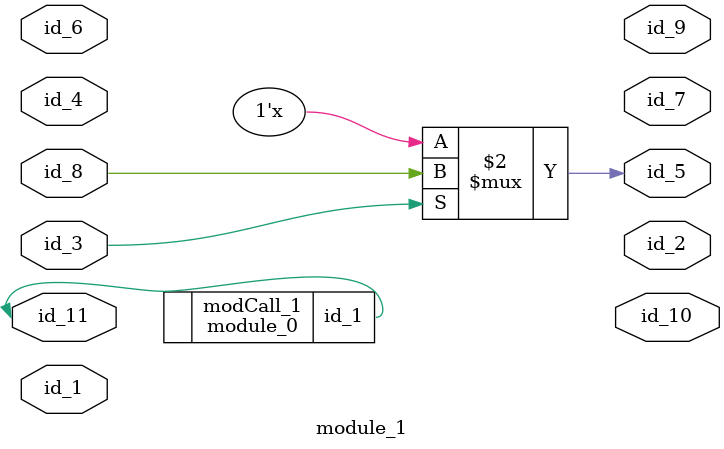
<source format=v>
module module_0 (
    id_1
);
  output wire id_1;
  wire id_2;
endmodule
module module_1 (
    id_1,
    id_2,
    id_3,
    id_4,
    id_5,
    id_6,
    id_7,
    id_8,
    id_9,
    id_10,
    id_11
);
  inout wire id_11;
  output wire id_10;
  output wire id_9;
  input wire id_8;
  output wire id_7;
  input wire id_6;
  output wire id_5;
  inout wire id_4;
  inout wire id_3;
  output wire id_2;
  input wire id_1;
  wire id_12;
  module_0 modCall_1 (id_11);
  always if (id_3) id_5 <= id_8;
endmodule

</source>
